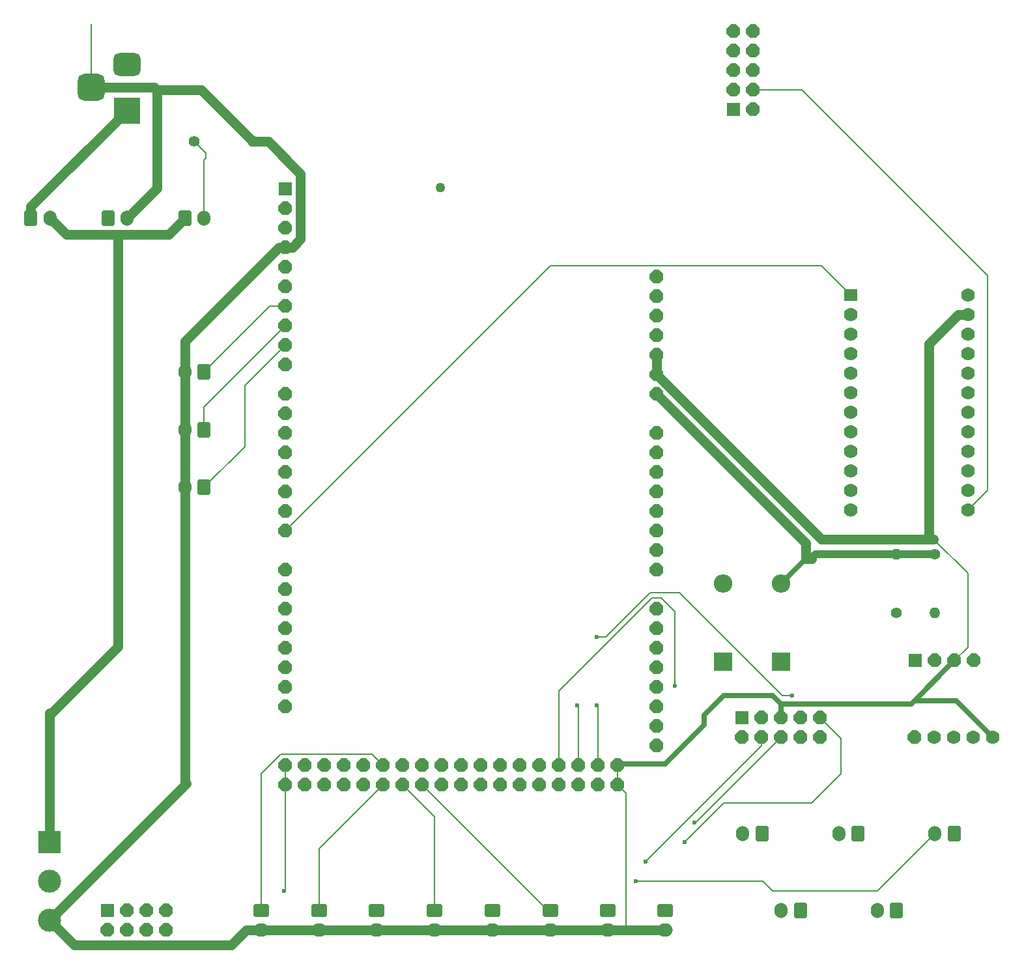
<source format=gbr>
%TF.GenerationSoftware,KiCad,Pcbnew,8.0.4*%
%TF.CreationDate,2024-09-16T22:19:33-06:00*%
%TF.ProjectId,main V3b,6d61696e-2056-4336-922e-6b696361645f,rev?*%
%TF.SameCoordinates,Original*%
%TF.FileFunction,Copper,L2,Inr*%
%TF.FilePolarity,Positive*%
%FSLAX46Y46*%
G04 Gerber Fmt 4.6, Leading zero omitted, Abs format (unit mm)*
G04 Created by KiCad (PCBNEW 8.0.4) date 2024-09-16 22:19:33*
%MOMM*%
%LPD*%
G01*
G04 APERTURE LIST*
G04 Aperture macros list*
%AMRoundRect*
0 Rectangle with rounded corners*
0 $1 Rounding radius*
0 $2 $3 $4 $5 $6 $7 $8 $9 X,Y pos of 4 corners*
0 Add a 4 corners polygon primitive as box body*
4,1,4,$2,$3,$4,$5,$6,$7,$8,$9,$2,$3,0*
0 Add four circle primitives for the rounded corners*
1,1,$1+$1,$2,$3*
1,1,$1+$1,$4,$5*
1,1,$1+$1,$6,$7*
1,1,$1+$1,$8,$9*
0 Add four rect primitives between the rounded corners*
20,1,$1+$1,$2,$3,$4,$5,0*
20,1,$1+$1,$4,$5,$6,$7,0*
20,1,$1+$1,$6,$7,$8,$9,0*
20,1,$1+$1,$8,$9,$2,$3,0*%
%AMOutline5P*
0 Free polygon, 5 corners , with rotation*
0 The origin of the aperture is its center*
0 number of corners: always 5*
0 $1 to $10 corner X, Y*
0 $11 Rotation angle, in degrees counterclockwise*
0 create outline with 5 corners*
4,1,5,$1,$2,$3,$4,$5,$6,$7,$8,$9,$10,$1,$2,$11*%
%AMOutline6P*
0 Free polygon, 6 corners , with rotation*
0 The origin of the aperture is its center*
0 number of corners: always 6*
0 $1 to $12 corner X, Y*
0 $13 Rotation angle, in degrees counterclockwise*
0 create outline with 6 corners*
4,1,6,$1,$2,$3,$4,$5,$6,$7,$8,$9,$10,$11,$12,$1,$2,$13*%
%AMOutline7P*
0 Free polygon, 7 corners , with rotation*
0 The origin of the aperture is its center*
0 number of corners: always 7*
0 $1 to $14 corner X, Y*
0 $15 Rotation angle, in degrees counterclockwise*
0 create outline with 7 corners*
4,1,7,$1,$2,$3,$4,$5,$6,$7,$8,$9,$10,$11,$12,$13,$14,$1,$2,$15*%
%AMOutline8P*
0 Free polygon, 8 corners , with rotation*
0 The origin of the aperture is its center*
0 number of corners: always 8*
0 $1 to $16 corner X, Y*
0 $17 Rotation angle, in degrees counterclockwise*
0 create outline with 8 corners*
4,1,8,$1,$2,$3,$4,$5,$6,$7,$8,$9,$10,$11,$12,$13,$14,$15,$16,$1,$2,$17*%
G04 Aperture macros list end*
%TA.AperFunction,Conductor*%
%ADD10C,0.200000*%
%TD*%
%TA.AperFunction,Conductor*%
%ADD11C,0.635000*%
%TD*%
%TA.AperFunction,ComponentPad*%
%ADD12R,1.778000X1.778000*%
%TD*%
%TA.AperFunction,ComponentPad*%
%ADD13Outline8P,-0.889000X0.368236X-0.368236X0.889000X0.368236X0.889000X0.889000X0.368236X0.889000X-0.368236X0.368236X-0.889000X-0.368236X-0.889000X-0.889000X-0.368236X0.000000*%
%TD*%
%TA.AperFunction,ComponentPad*%
%ADD14R,3.500000X3.500000*%
%TD*%
%TA.AperFunction,ComponentPad*%
%ADD15RoundRect,0.750000X-1.000000X0.750000X-1.000000X-0.750000X1.000000X-0.750000X1.000000X0.750000X0*%
%TD*%
%TA.AperFunction,ComponentPad*%
%ADD16RoundRect,0.875000X-0.875000X0.875000X-0.875000X-0.875000X0.875000X-0.875000X0.875000X0.875000X0*%
%TD*%
%TA.AperFunction,ComponentPad*%
%ADD17RoundRect,0.250000X-0.750000X0.600000X-0.750000X-0.600000X0.750000X-0.600000X0.750000X0.600000X0*%
%TD*%
%TA.AperFunction,ComponentPad*%
%ADD18O,2.000000X1.700000*%
%TD*%
%TA.AperFunction,ComponentPad*%
%ADD19C,1.400000*%
%TD*%
%TA.AperFunction,ComponentPad*%
%ADD20O,1.400000X1.400000*%
%TD*%
%TA.AperFunction,ComponentPad*%
%ADD21Outline8P,-0.889000X0.368236X-0.368236X0.889000X0.368236X0.889000X0.889000X0.368236X0.889000X-0.368236X0.368236X-0.889000X-0.368236X-0.889000X-0.889000X-0.368236X90.000000*%
%TD*%
%TA.AperFunction,ComponentPad*%
%ADD22RoundRect,0.250000X-0.600000X-0.750000X0.600000X-0.750000X0.600000X0.750000X-0.600000X0.750000X0*%
%TD*%
%TA.AperFunction,ComponentPad*%
%ADD23O,1.700000X2.000000*%
%TD*%
%TA.AperFunction,ComponentPad*%
%ADD24RoundRect,0.250000X0.600000X0.750000X-0.600000X0.750000X-0.600000X-0.750000X0.600000X-0.750000X0*%
%TD*%
%TA.AperFunction,ComponentPad*%
%ADD25R,2.400000X2.400000*%
%TD*%
%TA.AperFunction,ComponentPad*%
%ADD26O,2.400000X2.400000*%
%TD*%
%TA.AperFunction,ComponentPad*%
%ADD27R,3.000000X3.000000*%
%TD*%
%TA.AperFunction,ComponentPad*%
%ADD28C,3.000000*%
%TD*%
%TA.AperFunction,ComponentPad*%
%ADD29Outline8P,-0.889000X0.368236X-0.368236X0.889000X0.368236X0.889000X0.889000X0.368236X0.889000X-0.368236X0.368236X-0.889000X-0.368236X-0.889000X-0.889000X-0.368236X180.000000*%
%TD*%
%TA.AperFunction,ComponentPad*%
%ADD30R,1.778000X1.524000*%
%TD*%
%TA.AperFunction,ComponentPad*%
%ADD31C,1.778000*%
%TD*%
%TA.AperFunction,ViaPad*%
%ADD32C,1.270000*%
%TD*%
%TA.AperFunction,ViaPad*%
%ADD33C,0.600000*%
%TD*%
%TA.AperFunction,Conductor*%
%ADD34C,1.270000*%
%TD*%
%TA.AperFunction,Conductor*%
%ADD35C,1.016000*%
%TD*%
G04 APERTURE END LIST*
D10*
%TO.N,GND*%
X78740000Y-50800000D02*
X78422500Y-50482500D01*
X78740000Y-50800000D02*
X77470000Y-49530000D01*
X78105000Y-50165000D02*
X78740000Y-50800000D01*
X78740000Y-52070000D02*
X77470000Y-49530000D01*
X78105000Y-50165000D02*
X78740000Y-52070000D01*
D11*
X146050000Y-138430000D02*
X151130000Y-138430000D01*
%TD*%
D12*
%TO.N,Net-(R2-Pad1)*%
%TO.C,U$2*%
X184960000Y-125000000D03*
D13*
%TO.N,Net-(R3-Pad2)*%
X187500000Y-125000000D03*
%TO.N,GND*%
X190040000Y-125000000D03*
%TO.N,/5V*%
X192580000Y-125000000D03*
%TD*%
D14*
%TO.N,/RAW_IN*%
%TO.C,J1*%
X82500000Y-53500000D03*
D15*
%TO.N,unconnected-(J1-Pad2)*%
X82500000Y-47500000D03*
D16*
%TO.N,GND*%
X77800000Y-50500000D03*
%TD*%
D17*
%TO.N,Net-(SW6A-S)*%
%TO.C,SW6*%
X137500000Y-157500000D03*
D18*
%TO.N,GND*%
X137500000Y-160000000D03*
%TD*%
D17*
%TO.N,Net-(SW4A-S)*%
%TO.C,SW4*%
X122450000Y-157500000D03*
D18*
%TO.N,GND*%
X122450000Y-160000000D03*
%TD*%
D17*
%TO.N,Net-(SW1A-S)*%
%TO.C,SW1*%
X99950000Y-157500000D03*
D18*
%TO.N,GND*%
X99950000Y-160000000D03*
%TD*%
D19*
%TO.N,Net-(R2-Pad1)*%
%TO.C,R2*%
X182500000Y-118810000D03*
D20*
%TO.N,/5V*%
X182500000Y-111190000D03*
%TD*%
D21*
%TO.N,unconnected-(1-Pad3V3)*%
%TO.C,1*%
X163830000Y-43180000D03*
%TO.N,/5V*%
X161290000Y-43180000D03*
D12*
%TO.N,GND*%
X161290000Y-53340000D03*
D21*
X161290000Y-45720000D03*
%TO.N,unconnected-(1-PadINT)*%
X161290000Y-50800000D03*
%TO.N,Net-(U1-12)*%
X163830000Y-45720000D03*
%TO.N,Net-(U1-11)*%
X163830000Y-48260000D03*
%TO.N,/RESET*%
X161290000Y-48260000D03*
%TO.N,Net-(U1-13)*%
X163830000Y-53340000D03*
%TO.N,Net-(U1-10)*%
X163830000Y-50800000D03*
%TD*%
D22*
%TO.N,/5V*%
%TO.C,POWER_LED0*%
X90000000Y-67500000D03*
D23*
%TO.N,Net-(POWER_LED0B-S)*%
X92500000Y-67500000D03*
%TD*%
D24*
%TO.N,Net-(JACK_CON3A-S)*%
%TO.C,JACK_CON3*%
X177500000Y-147500000D03*
D23*
%TO.N,Net-(JACK_CON3B-S)*%
X175000000Y-147500000D03*
%TD*%
D24*
%TO.N,Net-(JACK_CON1A-S)*%
%TO.C,JACK_CON1*%
X165000000Y-147500000D03*
D23*
%TO.N,Net-(JACK_CON1B-S)*%
X162500000Y-147500000D03*
%TD*%
D12*
%TO.N,Net-(D2-K)*%
%TO.C,U$3*%
X162380000Y-132460000D03*
D13*
%TO.N,Net-(D1-K)*%
X164920000Y-132460000D03*
%TO.N,GND*%
X167460000Y-132460000D03*
%TO.N,/MISO*%
X172540000Y-135000000D03*
%TO.N,/MOSI*%
X172540000Y-132460000D03*
%TO.N,/SCK*%
X170000000Y-132460000D03*
%TO.N,/D48*%
X170000000Y-135000000D03*
%TO.N,/D2*%
X162380000Y-135000000D03*
%TO.N,/D53*%
X167460000Y-135000000D03*
%TO.N,Net-(U$1-PadD49)*%
X164920000Y-135000000D03*
%TD*%
D24*
%TO.N,Net-(SECTION_2_BUTTON0A-KL)*%
%TO.C,SECTION_2_BUTTON0*%
X92500000Y-95000000D03*
D23*
%TO.N,GND*%
X90000000Y-95000000D03*
%TD*%
D17*
%TO.N,Net-(SW5A-S)*%
%TO.C,SW5*%
X129950000Y-157500000D03*
D18*
%TO.N,GND*%
X129950000Y-160000000D03*
%TD*%
D22*
%TO.N,/RESET*%
%TO.C,RESET0*%
X80000000Y-67500000D03*
D23*
%TO.N,GND*%
X82500000Y-67500000D03*
%TD*%
D22*
%TO.N,/RAW_IN*%
%TO.C,PWR_IN0*%
X70000000Y-67500000D03*
D23*
%TO.N,/5V*%
X72500000Y-67500000D03*
%TD*%
D25*
%TO.N,Net-(D2-K)*%
%TO.C,D2*%
X160000000Y-125160000D03*
D26*
%TO.N,/3V3*%
X160000000Y-115000000D03*
%TD*%
D17*
%TO.N,Net-(SW3A-S)*%
%TO.C,SW3*%
X114950000Y-157500000D03*
D18*
%TO.N,GND*%
X114950000Y-160000000D03*
%TD*%
D24*
%TO.N,Net-(JACK_CON5A-S)*%
%TO.C,JACK_CON5*%
X190000000Y-147500000D03*
D23*
%TO.N,Net-(JACK_CON5B-S)*%
X187500000Y-147500000D03*
%TD*%
D17*
%TO.N,Net-(SW2A-S)*%
%TO.C,SW2*%
X107450000Y-157500000D03*
D18*
%TO.N,GND*%
X107450000Y-160000000D03*
%TD*%
D19*
%TO.N,Net-(POWER_LED0B-S)*%
%TO.C,R1*%
X91190000Y-57500000D03*
D20*
%TO.N,GND*%
X98810000Y-57500000D03*
%TD*%
D17*
%TO.N,Net-(SW8A-S)*%
%TO.C,SW8*%
X152450000Y-157500000D03*
D18*
%TO.N,GND*%
X152450000Y-160000000D03*
%TD*%
D12*
%TO.N,Net-(U$1-PadD22)*%
%TO.C,U$4*%
X79960000Y-157460000D03*
D13*
%TO.N,Net-(U$1-PadD23)*%
X82500000Y-157460000D03*
%TO.N,Net-(U$1-PadD24)*%
X85040000Y-157460000D03*
%TO.N,Net-(U$1-PadD25)*%
X87580000Y-157460000D03*
%TO.N,Net-(U$1-PadD26)*%
X79960000Y-160000000D03*
%TO.N,Net-(U$1-PadD27)*%
X82500000Y-160000000D03*
%TO.N,Net-(U$1-PadD28)*%
X85040000Y-160000000D03*
%TO.N,/D29*%
X87580000Y-160000000D03*
%TD*%
D17*
%TO.N,Net-(SW7A-S)*%
%TO.C,SW7*%
X144950000Y-157500000D03*
D18*
%TO.N,GND*%
X144950000Y-160000000D03*
%TD*%
D27*
%TO.N,/5V*%
%TO.C,X1*%
X72390000Y-148590000D03*
D28*
%TO.N,Net-(X1B-KL)*%
X72390000Y-153670000D03*
%TO.N,GND*%
X72390000Y-158750000D03*
%TD*%
D29*
%TO.N,/3V3*%
%TO.C,U$1*%
X151328500Y-80210000D03*
%TO.N,Net-(U$1-5V-Pad5V@1)*%
X151328500Y-82750000D03*
X103068500Y-138630000D03*
X103068500Y-141170000D03*
%TO.N,unconnected-(U$1-PadA0)*%
X151328500Y-95450000D03*
%TO.N,unconnected-(U$1-PadA1)*%
X151328500Y-97990000D03*
%TO.N,unconnected-(U$1-PadA2)*%
X151328500Y-100530000D03*
%TO.N,unconnected-(U$1-PadA3)*%
X151328500Y-103070000D03*
%TO.N,unconnected-(U$1-PadA4)*%
X151328500Y-105610000D03*
%TO.N,unconnected-(U$1-PadA5)*%
X151328500Y-108150000D03*
%TO.N,unconnected-(U$1-PadA6)*%
X151328500Y-110690000D03*
%TO.N,unconnected-(U$1-PadA7)*%
X151328500Y-113230000D03*
%TO.N,unconnected-(U$1-PadA8)*%
X151328500Y-118310000D03*
%TO.N,unconnected-(U$1-PadA9)*%
X151328500Y-120850000D03*
%TO.N,unconnected-(U$1-PadA10)*%
X151328500Y-123390000D03*
%TO.N,unconnected-(U$1-PadA11)*%
X151328500Y-125930000D03*
%TO.N,unconnected-(U$1-PadA12)*%
X151328500Y-128470000D03*
%TO.N,unconnected-(U$1-PadA13)*%
X151328500Y-131010000D03*
%TO.N,unconnected-(U$1-PadA14)*%
X151328500Y-133550000D03*
%TO.N,unconnected-(U$1-PadA15)*%
X151328500Y-136090000D03*
%TO.N,unconnected-(U$1-PadAREF)*%
X103068500Y-68780000D03*
%TO.N,Net-(U1-TXD)*%
X103068500Y-108150000D03*
%TO.N,Net-(U1-RXI)*%
X103068500Y-105610000D03*
%TO.N,/D2*%
X103068500Y-103070000D03*
%TO.N,unconnected-(U$1-PadD3)*%
X103068500Y-100530000D03*
%TO.N,Net-(R2-Pad1)*%
X103068500Y-97990000D03*
%TO.N,Net-(R3-Pad2)*%
X103068500Y-95450000D03*
%TO.N,unconnected-(U$1-PadD6)*%
X103068500Y-92910000D03*
%TO.N,unconnected-(U$1-PadD7)*%
X103068500Y-90370000D03*
%TO.N,Net-(X1B-KL)*%
X103068500Y-86560000D03*
%TO.N,Net-(SECTION_1_BUTTON0A-KL)*%
X103068500Y-84020000D03*
%TO.N,Net-(SECTION_2_BUTTON0A-KL)*%
X103068500Y-81480000D03*
%TO.N,Net-(SECTION_3_BUTTON0A-KL)*%
X103068500Y-78940000D03*
%TO.N,unconnected-(U$1-PadD12)*%
X103068500Y-76400000D03*
%TO.N,unconnected-(U$1-PadD13)*%
X103068500Y-73860000D03*
%TO.N,unconnected-(U$1-PadD14)*%
X103068500Y-113230000D03*
%TO.N,unconnected-(U$1-PadD15)*%
X103068500Y-115770000D03*
%TO.N,unconnected-(U$1-PadD16)*%
X103068500Y-118310000D03*
%TO.N,unconnected-(U$1-PadD17)*%
X103068500Y-120850000D03*
%TO.N,unconnected-(U$1-PadD18)*%
X103068500Y-123390000D03*
%TO.N,unconnected-(U$1-PadD19)*%
X103068500Y-125930000D03*
%TO.N,Net-(U$1-PadD20)*%
X103068500Y-128470000D03*
%TO.N,/D21*%
X103068500Y-131010000D03*
%TO.N,Net-(U$1-PadD22)*%
X105608500Y-138630000D03*
%TO.N,Net-(U$1-PadD23)*%
X105608500Y-141170000D03*
%TO.N,Net-(U$1-PadD24)*%
X108148500Y-138630000D03*
%TO.N,Net-(U$1-PadD25)*%
X108148500Y-141170000D03*
%TO.N,Net-(U$1-PadD26)*%
X110688500Y-138630000D03*
%TO.N,Net-(U$1-PadD27)*%
X110688500Y-141170000D03*
%TO.N,Net-(U$1-PadD28)*%
X113228500Y-138630000D03*
%TO.N,/D29*%
X113228500Y-141170000D03*
%TO.N,Net-(SW1A-S)*%
X115768500Y-138630000D03*
%TO.N,Net-(SW2A-S)*%
X115768500Y-141170000D03*
%TO.N,Net-(SW3A-S)*%
X118308500Y-138630000D03*
%TO.N,Net-(SW4A-S)*%
X118308500Y-141170000D03*
%TO.N,Net-(SW5A-S)*%
X120848500Y-138630000D03*
%TO.N,Net-(SW6A-S)*%
X120848500Y-141170000D03*
%TO.N,Net-(SW7A-S)*%
X123388500Y-138630000D03*
%TO.N,Net-(SW8A-S)*%
X123388500Y-141170000D03*
%TO.N,Net-(JACK_CON1A-S)*%
X125928500Y-138630000D03*
%TO.N,Net-(JACK_CON1B-S)*%
X125928500Y-141170000D03*
%TO.N,Net-(JACK_CON2A-S)*%
X128468500Y-138630000D03*
%TO.N,Net-(JACK_CON2B-S)*%
X128468500Y-141170000D03*
%TO.N,Net-(JACK_CON3A-S)*%
X131008500Y-138630000D03*
%TO.N,Net-(JACK_CON3B-S)*%
X131008500Y-141170000D03*
%TO.N,Net-(JACK_CON4A-S)*%
X133548500Y-138630000D03*
%TO.N,Net-(JACK_CON4B-S)*%
X133548500Y-141170000D03*
%TO.N,Net-(JACK_CON5A-S)*%
X136088500Y-138630000D03*
%TO.N,Net-(JACK_CON5B-S)*%
X136088500Y-141170000D03*
%TO.N,/D48*%
X138628500Y-138630000D03*
%TO.N,Net-(U$1-PadD49)*%
X138628500Y-141170000D03*
%TO.N,/MISO*%
X141168500Y-138630000D03*
%TO.N,/MOSI*%
X141168500Y-141170000D03*
%TO.N,/SCK*%
X143708500Y-138630000D03*
%TO.N,/D53*%
X143708500Y-141170000D03*
%TO.N,GND*%
X103068500Y-71320000D03*
X151328500Y-87830000D03*
X151328500Y-85290000D03*
X146248500Y-138630000D03*
X146248500Y-141170000D03*
%TO.N,unconnected-(U$1-PadIOREF)*%
X151328500Y-75130000D03*
%TO.N,/RESET*%
X151328500Y-77670000D03*
D12*
%TO.N,unconnected-(U$1-PadSCL)*%
X103068500Y-63700000D03*
D29*
%TO.N,unconnected-(U$1-PadSDA)*%
X103068500Y-66240000D03*
%TO.N,/5V*%
X151328500Y-90370000D03*
%TD*%
D24*
%TO.N,Net-(JACK_CON2A-S)*%
%TO.C,JACK_CON2*%
X170000000Y-157500000D03*
D23*
%TO.N,Net-(JACK_CON2B-S)*%
X167500000Y-157500000D03*
%TD*%
D24*
%TO.N,Net-(SECTION_1_BUTTON0A-KL)*%
%TO.C,SECTION_1_BUTTON0*%
X92500000Y-102500000D03*
D23*
%TO.N,GND*%
X90000000Y-102500000D03*
%TD*%
D30*
%TO.N,Net-(U1-TXD)*%
%TO.C,U1*%
X176530000Y-77470000D03*
D31*
%TO.N,Net-(U1-RXI)*%
X176530000Y-80010000D03*
%TO.N,unconnected-(U1-GND{slash}RST-Pad2)*%
X176530000Y-82550000D03*
%TO.N,unconnected-(U1-GND-Pad3)*%
X176530000Y-85090000D03*
%TO.N,unconnected-(U1-2-Pad4)*%
X176530000Y-87630000D03*
%TO.N,unconnected-(U1-3-Pad5)*%
X176530000Y-90170000D03*
%TO.N,unconnected-(U1-4-Pad6)*%
X176530000Y-92710000D03*
%TO.N,unconnected-(U1-5-Pad7)*%
X176530000Y-95250000D03*
%TO.N,unconnected-(U1-6-Pad8)*%
X176530000Y-97790000D03*
%TO.N,unconnected-(U1-7-Pad9)*%
X176530000Y-100330000D03*
%TO.N,unconnected-(U1-8-Pad10)*%
X176530000Y-102870000D03*
%TO.N,unconnected-(U1-9-Pad11)*%
X176530000Y-105410000D03*
%TO.N,Net-(U1-10)*%
X191770000Y-105410000D03*
%TO.N,Net-(U1-11)*%
X191770000Y-102870000D03*
%TO.N,Net-(U1-12)*%
X191770000Y-100330000D03*
%TO.N,Net-(U1-13)*%
X191770000Y-97790000D03*
%TO.N,unconnected-(U1-A0-Pad16)*%
X191770000Y-95250000D03*
%TO.N,unconnected-(U1-A1-Pad17)*%
X191770000Y-92710000D03*
%TO.N,unconnected-(U1-A2-Pad18)*%
X191770000Y-90170000D03*
%TO.N,unconnected-(U1-A3-Pad19)*%
X191770000Y-87630000D03*
%TO.N,/5V*%
X191770000Y-85090000D03*
%TO.N,/RESET*%
X191770000Y-82550000D03*
%TO.N,GND*%
X191770000Y-80010000D03*
%TO.N,unconnected-(U1-RAW-Pad23)*%
X191770000Y-77470000D03*
%TD*%
D24*
%TO.N,Net-(JACK_CON4A-S)*%
%TO.C,JACK_CON4*%
X182500000Y-157500000D03*
D23*
%TO.N,Net-(JACK_CON4B-S)*%
X180000000Y-157500000D03*
%TD*%
D19*
%TO.N,/5V*%
%TO.C,R3*%
X187500000Y-111190000D03*
D20*
%TO.N,Net-(R3-Pad2)*%
X187500000Y-118810000D03*
%TD*%
D31*
%TO.N,/5V*%
%TO.C,U$5*%
X192500000Y-135000000D03*
D13*
%TO.N,/D21*%
X184880000Y-135000000D03*
D31*
%TO.N,Net-(U$1-PadD20)*%
X187420000Y-135000000D03*
%TO.N,GND*%
X195040000Y-135000000D03*
%TO.N,unconnected-(U$5-PadSW)*%
X189960000Y-135000000D03*
%TD*%
D24*
%TO.N,Net-(SECTION_3_BUTTON0A-KL)*%
%TO.C,SECTION_3_BUTTON0*%
X92500000Y-87500000D03*
D23*
%TO.N,GND*%
X90000000Y-87500000D03*
%TD*%
D25*
%TO.N,Net-(D1-K)*%
%TO.C,D1*%
X167500000Y-125160000D03*
D26*
%TO.N,/5V*%
X167500000Y-115000000D03*
%TD*%
D32*
%TO.N,/5V*%
X123190000Y-63500000D03*
D33*
%TO.N,Net-(JACK_CON5B-S)*%
X148590000Y-153670000D03*
%TO.N,/SCK*%
X143510000Y-121920000D03*
X168910000Y-129540000D03*
X143510000Y-130810000D03*
%TO.N,/MOSI*%
X154940000Y-148590000D03*
%TO.N,/D48*%
X153670000Y-128270000D03*
%TO.N,Net-(U$1-5V-Pad5V@1)*%
X102870000Y-154940000D03*
%TO.N,/D53*%
X156210000Y-146050000D03*
%TO.N,/MISO*%
X140970000Y-130810000D03*
%TO.N,Net-(U$1-PadD49)*%
X149860000Y-151130000D03*
%TD*%
D11*
%TO.N,/5V*%
X167500000Y-115000000D02*
X170740000Y-111760000D01*
D34*
X170740000Y-111760000D02*
X171450000Y-111760000D01*
X81280000Y-69592200D02*
X87907800Y-69592200D01*
X72390000Y-132080000D02*
X81280000Y-123190000D01*
D35*
X172020000Y-111190000D02*
X187500000Y-111190000D01*
D34*
X72390000Y-131818160D02*
X72390000Y-132080000D01*
X81280000Y-123190000D02*
X81280000Y-69592200D01*
D35*
X171450000Y-111760000D02*
X172020000Y-111190000D01*
D34*
X170740000Y-109781500D02*
X151328500Y-90370000D01*
X87907800Y-69592200D02*
X90000000Y-67500000D01*
X72390000Y-132080000D02*
X72390000Y-148590000D01*
X170740000Y-111760000D02*
X170740000Y-109781500D01*
X74592200Y-69592200D02*
X81280000Y-69592200D01*
X72500000Y-67500000D02*
X74592200Y-69592200D01*
%TO.N,/RAW_IN*%
X82500000Y-53500000D02*
X70000000Y-66000000D01*
X70000000Y-66000000D02*
X70000000Y-67500000D01*
D10*
%TO.N,GND*%
X191770000Y-123270000D02*
X191770000Y-113682050D01*
D34*
X98810000Y-57500000D02*
X100830900Y-57500000D01*
D10*
X77800000Y-50500000D02*
X77770000Y-50500000D01*
D34*
X90170000Y-140970000D02*
X90000000Y-140800000D01*
X90000000Y-85090000D02*
X90000000Y-102500000D01*
D10*
X151130000Y-87631500D02*
X151130000Y-87630000D01*
D34*
X86360000Y-50800000D02*
X92110000Y-50800000D01*
D11*
X157480000Y-132080000D02*
X160020000Y-129540000D01*
X184825000Y-130215000D02*
X190255000Y-130215000D01*
X167460000Y-130630000D02*
X184410000Y-130630000D01*
D10*
X147320000Y-142241500D02*
X147320000Y-160000000D01*
D34*
X86360000Y-50800000D02*
X86360000Y-63640000D01*
D10*
X151328500Y-87830000D02*
X151130000Y-87631500D01*
D34*
X186690000Y-109220000D02*
X186690000Y-83832765D01*
X103957500Y-71320000D02*
X103068500Y-71320000D01*
D11*
X167460000Y-130630000D02*
X167460000Y-132460000D01*
D34*
X186690000Y-83832765D02*
X190512765Y-80010000D01*
X95998800Y-161981200D02*
X97980000Y-160000000D01*
X86360000Y-63640000D02*
X82500000Y-67500000D01*
X103068500Y-71320000D02*
X102179500Y-71320000D01*
D11*
X184410000Y-130630000D02*
X184825000Y-130215000D01*
D34*
X187307950Y-109220000D02*
X186690000Y-109220000D01*
D11*
X190255000Y-130215000D02*
X195040000Y-135000000D01*
D34*
X90000000Y-140800000D02*
X90000000Y-102500000D01*
X105049700Y-70227800D02*
X103957500Y-71320000D01*
D10*
X191770000Y-113682050D02*
X187307950Y-109220000D01*
X77800000Y-50500000D02*
X78740000Y-51440000D01*
D34*
X100830900Y-57500000D02*
X105049700Y-61718800D01*
X86060000Y-50500000D02*
X86360000Y-50800000D01*
X75621200Y-161981200D02*
X95998800Y-161981200D01*
X97980000Y-160000000D02*
X147320000Y-160000000D01*
X86060000Y-50500000D02*
X77800000Y-50500000D01*
X90000000Y-85090000D02*
X90000000Y-87500000D01*
D10*
X77770000Y-50500000D02*
X77470000Y-50800000D01*
D11*
X151130000Y-138430000D02*
X152400000Y-138430000D01*
D34*
X147320000Y-160000000D02*
X152450000Y-160000000D01*
D11*
X152400000Y-138430000D02*
X157480000Y-133350000D01*
D10*
X146248500Y-141170000D02*
X147320000Y-142241500D01*
D34*
X151328500Y-87830000D02*
X151328500Y-85290000D01*
D11*
X184410000Y-130630000D02*
X190040000Y-125000000D01*
D34*
X190512765Y-80010000D02*
X191770000Y-80010000D01*
D10*
X77800000Y-50500000D02*
X77800000Y-42240000D01*
D34*
X72390000Y-158750000D02*
X75621200Y-161981200D01*
D11*
X166370000Y-129540000D02*
X167460000Y-130630000D01*
D34*
X90000000Y-83499500D02*
X90000000Y-85090000D01*
D11*
X157480000Y-133350000D02*
X157480000Y-132080000D01*
D34*
X172718500Y-109220000D02*
X151328500Y-87830000D01*
X92110000Y-50800000D02*
X98810000Y-57500000D01*
D10*
X78740000Y-51440000D02*
X78740000Y-52070000D01*
D11*
X160020000Y-129540000D02*
X166370000Y-129540000D01*
D34*
X90170000Y-140970000D02*
X72390000Y-158750000D01*
X105049700Y-61718800D02*
X105049700Y-70227800D01*
X102179500Y-71320000D02*
X90000000Y-83499500D01*
X97980000Y-160000000D02*
X99950000Y-160000000D01*
D10*
X190040000Y-125000000D02*
X191770000Y-123270000D01*
X146248500Y-138630000D02*
X146248500Y-141170000D01*
D34*
X186690000Y-109220000D02*
X172718500Y-109220000D01*
D10*
%TO.N,Net-(JACK_CON1A-S)*%
X165100000Y-147320000D02*
X165000000Y-147420000D01*
X165000000Y-147500000D02*
X165000000Y-147420000D01*
%TO.N,Net-(JACK_CON2B-S)*%
X128468500Y-141170000D02*
X128468500Y-141168500D01*
X128468500Y-141168500D02*
X128270000Y-140970000D01*
%TO.N,Net-(JACK_CON5B-S)*%
X165100000Y-153670000D02*
X148590000Y-153670000D01*
X180060000Y-154940000D02*
X166370000Y-154940000D01*
X187500000Y-147500000D02*
X180060000Y-154940000D01*
X166370000Y-154940000D02*
X165100000Y-153670000D01*
%TO.N,Net-(POWER_LED0B-S)*%
X92500000Y-59900000D02*
X92500000Y-67500000D01*
X91190000Y-57500000D02*
X92710000Y-59020000D01*
X92710000Y-59690000D02*
X92500000Y-59900000D01*
X92710000Y-59020000D02*
X92710000Y-59690000D01*
%TO.N,Net-(SECTION_1_BUTTON0A-KL)*%
X97790000Y-89298500D02*
X97790000Y-97210000D01*
X97790000Y-97210000D02*
X92500000Y-102500000D01*
X103068500Y-84020000D02*
X97790000Y-89298500D01*
%TO.N,Net-(SECTION_2_BUTTON0A-KL)*%
X103068500Y-81480000D02*
X92500000Y-92048500D01*
X92500000Y-92048500D02*
X92500000Y-95000000D01*
%TO.N,Net-(SECTION_3_BUTTON0A-KL)*%
X101060000Y-78940000D02*
X92500000Y-87500000D01*
X103068500Y-78940000D02*
X101060000Y-78940000D01*
%TO.N,Net-(SW1A-S)*%
X114322300Y-137183800D02*
X115768500Y-138630000D01*
X99950000Y-139703264D02*
X102469464Y-137183800D01*
X102469464Y-137183800D02*
X114322300Y-137183800D01*
X99950000Y-157500000D02*
X99950000Y-139703264D01*
%TO.N,Net-(SW2A-S)*%
X107450000Y-149488500D02*
X115768500Y-141170000D01*
X107450000Y-157500000D02*
X107450000Y-149488500D01*
%TO.N,Net-(SW3A-S)*%
X114950000Y-157500000D02*
X115550000Y-157500000D01*
X114320000Y-157500000D02*
X114300000Y-157480000D01*
X114950000Y-157500000D02*
X114970000Y-157480000D01*
X114320000Y-157500000D02*
X114950000Y-157500000D01*
X114970000Y-157480000D02*
X115570000Y-157480000D01*
%TO.N,Net-(SW4A-S)*%
X122450000Y-157500000D02*
X122450000Y-145311500D01*
X122450000Y-145311500D02*
X118308500Y-141170000D01*
%TO.N,Net-(SW5A-S)*%
X129560000Y-157500000D02*
X129540000Y-157480000D01*
X129950000Y-157500000D02*
X129560000Y-157500000D01*
%TO.N,Net-(SW6A-S)*%
X137178500Y-157500000D02*
X120848500Y-141170000D01*
X137500000Y-157500000D02*
X137178500Y-157500000D01*
%TO.N,Net-(SW8A-S)*%
X152420000Y-157500000D02*
X152400000Y-157480000D01*
X152450000Y-157500000D02*
X152420000Y-157500000D01*
%TO.N,Net-(U1-TXD)*%
X137534700Y-73683800D02*
X172743800Y-73683800D01*
X172743800Y-73683800D02*
X176530000Y-77470000D01*
X103068500Y-108150000D02*
X137534700Y-73683800D01*
%TO.N,/SCK*%
X167640000Y-129540000D02*
X168910000Y-129540000D01*
X143708500Y-138630000D02*
X143708500Y-131008500D01*
X144743842Y-121920000D02*
X150481042Y-116182800D01*
X143510000Y-130810000D02*
X143708500Y-131008500D01*
X154282800Y-116182800D02*
X167640000Y-129540000D01*
X150481042Y-116182800D02*
X154282800Y-116182800D01*
X143510000Y-121920000D02*
X144743842Y-121920000D01*
%TO.N,/MOSI*%
X171450000Y-143510000D02*
X175260000Y-139700000D01*
X175260000Y-135180000D02*
X172540000Y-132460000D01*
X154940000Y-148590000D02*
X160020000Y-143510000D01*
X175260000Y-139700000D02*
X175260000Y-135180000D01*
X160020000Y-143510000D02*
X171450000Y-143510000D01*
%TO.N,/D48*%
X151903736Y-116840000D02*
X153670000Y-118606264D01*
X138628500Y-128964764D02*
X150753264Y-116840000D01*
X138628500Y-138630000D02*
X138628500Y-128964764D01*
X150753264Y-116840000D02*
X151903736Y-116840000D01*
X153670000Y-118606264D02*
X153670000Y-128270000D01*
%TO.N,Net-(U$1-5V-Pad5V@1)*%
X103068500Y-138630000D02*
X103068500Y-154741500D01*
X103068500Y-154741500D02*
X102870000Y-154940000D01*
%TO.N,/D53*%
X156410000Y-146050000D02*
X167460000Y-135000000D01*
X156210000Y-146050000D02*
X156410000Y-146050000D01*
%TO.N,/MISO*%
X141168500Y-138630000D02*
X141168500Y-131008500D01*
X141168500Y-131008500D02*
X140970000Y-130810000D01*
%TO.N,Net-(U$1-PadD49)*%
X149860000Y-151130000D02*
X164920000Y-136070000D01*
X164920000Y-136070000D02*
X164920000Y-135000000D01*
%TO.N,Net-(U1-10)*%
X194310000Y-74930000D02*
X194310000Y-102870000D01*
X170180000Y-50800000D02*
X194310000Y-74930000D01*
X163830000Y-50800000D02*
X170180000Y-50800000D01*
X194310000Y-102870000D02*
X191770000Y-105410000D01*
%TD*%
M02*

</source>
